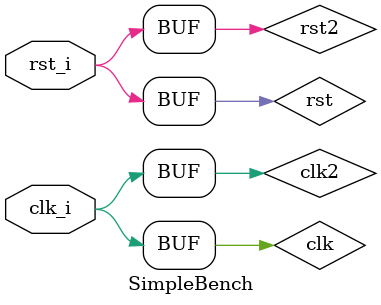
<source format=sv>

module SimpleBench (
    input wire logic        clk_i,
    input wire logic        rst_i
);

//clocking
logic clk;
assign clk = clk_i;
logic rst;
assign rst = rst_i;
logic clk2;
assign clk2 = clk_i;
logic rst2;
assign rst2 = rst_i;


//buffer
logic bufIn;
logic bufOut;
CdcBuffer cdcBuf (
    .srcIn_i        (bufIn),
    .dstClk_i       (clk),
    .dstRst_i       (rst),
    .dstOut_o       (bufOut)
);

SiCoPlayer #(
    .CHANNEL        ("bufIn"),
    .WIDTH          (1)
) bufInPly (
    .val_o          (bufIn)
);

SiCoRecorder #(
    .CHANNEL        ("bufOut"),
    .WIDTH          (1)
) bufOutRec (
    .val_i          (bufOut)
);

//mutex
logic mtxLLocked;
logic mtxLRelease;
logic mtxRLocked;
logic mtxRRelease;
CdcMutex mtx (
    .srcClk_i       (clk),
    .srcRst_i       (rst),
    .srcRelease_i   (mtxLRelease),
    .srcLocked_o    (mtxLLocked),
    .dstClk_i       (clk2),
    .dstRst_i       (rst2),
    .dstRelease_i   (mtxRRelease),
    .dstLocked_o    (mtxRLocked)
);

SiCoClkdPlayer #(
    .CHANNEL        ("mtxLRelease"),
    .WIDTH          (1)
) mtxLReleasePly (
    .clk_i          (clk),
    .val_o          (mtxLRelease)
);

SiCoClkdRecorder #(
    .CHANNEL        ("mtxLLocked"),
    .WIDTH          (1)
) mtxLLockedRec (
    .clk_i          (clk),
    .val_i          (mtxLLocked)
);

SiCoClkdPlayer #(
    .CHANNEL        ("mtxRRelease"),
    .WIDTH          (1)
) mtxRReleasePly (
    .clk_i          (clk),
    .val_o          (mtxRRelease)
);

SiCoClkdRecorder #(
    .CHANNEL        ("mtxRLocked"),
    .WIDTH          (1)
) mtxRLockedRec (
    .clk_i          (clk),
    .val_i          (mtxRLocked)
);

//event
logic evtRequest;
logic evtReady;
logic evtEvent;
CdcEvent evt (
    .srcClk_i       (clk),
    .srcRst_i       (rst),
    .srcRequest_i   (evtRequest),
    .srcReady_o     (evtReady),
    .dstClk_i       (clk2),
    .dstRst_i       (rst2),
    .dstEvent_o     (evtEvent)
);

SiCoClkdPlayer #(
    .CHANNEL        ("evtRequest"),
    .WIDTH          (1)
) evtRequestPly (
    .clk_i          (clk),
    .val_o          (evtRequest)
);

SiCoClkdRecorder #(
    .CHANNEL        ("evtReady"),
    .WIDTH          (1)
) evtReadyRec (
    .clk_i          (clk),
    .val_i          (evtReady)
);

SiCoClkdRecorder #(
    .CHANNEL        ("evtEvent"),
    .WIDTH          (1)
) evtEventRec (
    .clk_i          (clk),
    .val_i          (evtEvent)
);

//gate
logic       gteWrite;
logic [7:0] gteIn;
logic       gteWOpen;
logic       gteRead;
logic [7:0] gteOut;
logic       gteROpen;
CdcGate gte (
    .srcClk_i       (clk),
    .srcRst_i       (rst),
    .srcWrite_i     (gteWrite),
    .srcData_i      (gteIn),
    .srcOpen_o      (gteWOpen),
    .dstClk_i       (clk2),
    .dstRst_i       (rst2),
    .dstRead_i      (gteRead),
    .dstData_o      (gteOut),
    .dstOpen_o      (gteROpen)
);

SiCoClkdPlayer #(
    .CHANNEL        ("gteWrite"),
    .WIDTH          (1)
) gteWritePly (
    .clk_i          (clk),
    .val_o          (gteWrite)
);

SiCoClkdPlayer #(
    .CHANNEL        ("gteIn"),
    .WIDTH          (8)
) gteInPly (
    .clk_i          (clk),
    .val_o          (gteIn)
);

SiCoClkdRecorder #(
    .CHANNEL        ("gteWOpen"),
    .WIDTH          (1)
) gteWOpenRec (
    .clk_i          (clk),
    .val_i          (gteWOpen)
);

SiCoClkdPlayer #(
    .CHANNEL        ("gteRead"),
    .WIDTH          (1)
) gteReadPly (
    .clk_i          (clk),
    .val_o          (gteRead)
);

SiCoClkdRecorder #(
    .CHANNEL        ("gteOut"),
    .WIDTH          (8)
) gteOutRec (
    .clk_i          (clk),
    .val_i          (gteOut)
);

SiCoClkdRecorder #(
    .CHANNEL        ("gteROpen"),
    .WIDTH          (1)
) gteROpenRec (
    .clk_i          (clk),
    .val_i          (gteROpen)
);

//gate
logic       stmInValid;
logic [7:0] stmIn;
logic       stmInStall;
logic       stmOutValid;
logic [7:0] stmOut;
logic       stmOutStall;
CdcStream stm (
    .srcClk_i       (clk),
    .srcRst_i       (rst),
    .srcValid_i     (stmInValid),
    .srcData_i      (stmIn),
    .srcStall_o     (stmInStall),
    .dstClk_i       (clk2),
    .dstRst_i       (rst2),
    .dstStall_i     (stmOutStall),
    .dstData_o      (stmOut),
    .dstValid_o     (stmOutValid)
);

SiCoClkdPlayer #(
    .CHANNEL        ("stmInValid"),
    .WIDTH          (1)
) stmInValidPly (
    .clk_i          (clk),
    .val_o          (stmInValid)
);

SiCoClkdPlayer #(
    .CHANNEL        ("stmIn"),
    .WIDTH          (8)
) stmInPly (
    .clk_i          (clk),
    .val_o          (stmIn)
);

SiCoClkdRecorder #(
    .CHANNEL        ("stmInStall"),
    .WIDTH          (1)
) stmInStallRec (
    .clk_i          (clk),
    .val_i          (stmInStall)
);

SiCoClkdPlayer #(
    .CHANNEL        ("stmOutStall"),
    .WIDTH          (1)
) stmOutStallPly (
    .clk_i          (clk),
    .val_o          (stmOutStall)
);

SiCoClkdRecorder #(
    .CHANNEL        ("stmOut"),
    .WIDTH          (8)
) stmOutRec (
    .clk_i          (clk),
    .val_i          (stmOut)
);

SiCoClkdRecorder #(
    .CHANNEL        ("stmOutValid"),
    .WIDTH          (1)
) stmOutValidRec (
    .clk_i          (clk),
    .val_i          (stmOutValid)
);

endmodule
</source>
